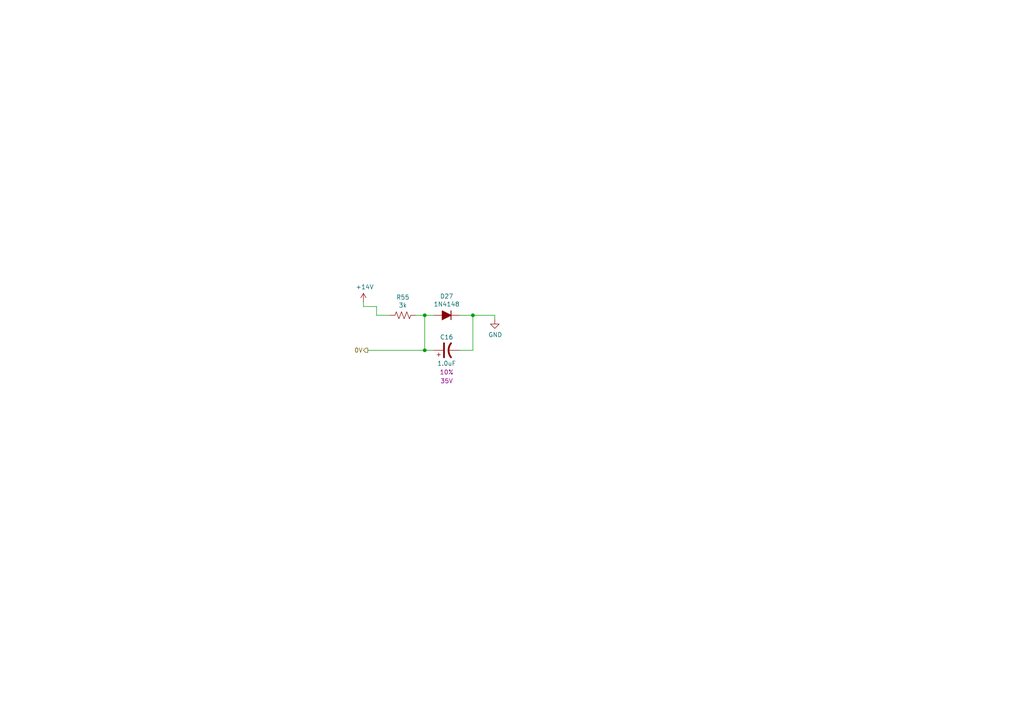
<source format=kicad_sch>
(kicad_sch (version 20211123) (generator eeschema)
  (paper "A4")
  (lib_symbols
    (symbol "Device:C_Polarized_US" (pin_numbers hide) (pin_names (offset 0.254) hide)
      (property "Reference" "C" (at 0.635 2.54 0))
      (property "Value" "C_Polarized_US" (at 0.635 -2.54 0))
      (symbol "C_Polarized_US_0_1"
        (polyline (pts (xy -2.032 0.762) (xy 2.032 0.762)) (stroke (width 0.508)))
        (polyline (pts (xy -1.778 2.286) (xy -0.762 2.286)))
        (polyline (pts (xy -1.27 1.778) (xy -1.27 2.794)))
        (arc (start 2.032 -1.27) (mid 0 -0.5572) (end -2.032 -1.27) (stroke (width 0.508)))
      )
      (symbol "C_Polarized_US_1_1"
        (pin passive line (at 0 3.81 270) (length 2.794) (name "~") (number "1"))
        (pin passive line (at 0 -3.81 90) (length 3.302) (name "~") (number "2"))
      )
    )
    (symbol "Device:D_Filled" (pin_numbers hide) (pin_names (offset 1.016) hide)
      (property "Reference" "D" (at 0 2.54 0))
      (property "Value" "D_Filled" (at 0 -2.54 0))
      (symbol "D_Filled_0_1"
        (polyline (pts (xy -1.27 1.27) (xy -1.27 -1.27)) (stroke (width 0.254)))
        (polyline (pts (xy 1.27 0) (xy -1.27 0)))
        (polyline (pts (xy 1.27 1.27) (xy 1.27 -1.27) (xy -1.27 0) (xy 1.27 1.27)) (stroke (width 0.254)) (fill (type outline)))
      )
      (symbol "D_Filled_1_1"
        (pin passive line (at -3.81 0 0) (length 2.54) (name "K") (number "1"))
        (pin passive line (at 3.81 0 180) (length 2.54) (name "A") (number "2"))
      )
    )
    (symbol "Device:R_US" (pin_numbers hide) (pin_names (offset 0))
      (property "Reference" "R" (at 2.54 0 90))
      (property "Value" "R_US" (at -2.54 0 90))
      (symbol "R_US_0_1"
        (polyline (pts (xy 0 -2.286) (xy 0 -2.54)))
        (polyline (pts (xy 0 2.286) (xy 0 2.54)))
        (polyline (pts (xy 0 -0.762) (xy 1.016 -1.143) (xy 0 -1.524) (xy -1.016 -1.905) (xy 0 -2.286)))
        (polyline (pts (xy 0 0.762) (xy 1.016 0.381) (xy 0 0) (xy -1.016 -0.381) (xy 0 -0.762)))
        (polyline (pts (xy 0 2.286) (xy 1.016 1.905) (xy 0 1.524) (xy -1.016 1.143) (xy 0 0.762)))
      )
      (symbol "R_US_1_1"
        (pin passive line (at 0 3.81 270) (length 1.27) (name "~") (number "1"))
        (pin passive line (at 0 -3.81 90) (length 1.27) (name "~") (number "2"))
      )
    )
    (symbol "lachesis:+14V" (power) (pin_names (offset 0))
      (property "Value" "+14V" (at 0 3.556 0))
      (symbol "+14V_0_1"
        (polyline (pts (xy -0.762 1.27) (xy 0 2.54)))
        (polyline (pts (xy 0 0) (xy 0 2.54)))
        (polyline (pts (xy 0 2.54) (xy 0.762 1.27)))
      )
      (symbol "+14V_1_1"
        (pin power_in line (at 0 0 90) (length 0) hide (name "+14V") (number "1"))
      )
    )
    (symbol "power:GND" (power) (pin_names (offset 0))
      (property "Value" "GND" (at 0 -3.81 0))
      (symbol "GND_0_1"
        (polyline (pts (xy 0 0) (xy 0 -1.27) (xy 1.27 -1.27) (xy 0 -2.54) (xy -1.27 -1.27) (xy 0 -1.27)))
      )
      (symbol "GND_1_1"
        (pin power_in line (at 0 0 270) (length 0) hide (name "GND") (number "1"))
      )
    )
  )
  (junction (at 137.16 91.44))
  (junction (at 123.19 101.6))
  (junction (at 123.19 91.44))
  (wire (pts (xy 123.19 91.44) (xy 120.65 91.44)))
  (wire (pts (xy 105.41 88.9) (xy 109.22 88.9)))
  (wire (pts (xy 133.35 101.6) (xy 137.16 101.6)))
  (wire (pts (xy 105.41 87.63) (xy 105.41 88.9)))
  (wire (pts (xy 109.22 91.44) (xy 113.03 91.44)))
  (wire (pts (xy 123.19 101.6) (xy 125.73 101.6)))
  (wire (pts (xy 109.22 88.9) (xy 109.22 91.44)))
  (wire (pts (xy 137.16 101.6) (xy 137.16 91.44)))
  (wire (pts (xy 123.19 101.6) (xy 106.68 101.6)))
  (wire (pts (xy 143.51 91.44) (xy 143.51 92.71)))
  (wire (pts (xy 123.19 91.44) (xy 123.19 101.6)))
  (wire (pts (xy 137.16 91.44) (xy 133.35 91.44)))
  (wire (pts (xy 125.73 91.44) (xy 123.19 91.44)))
  (wire (pts (xy 137.16 91.44) (xy 143.51 91.44)))
  (hierarchical_label "0V" (shape output) (at 106.68 101.6 180))
  (symbol (lib_id "Device:C_Polarized_US") (at 129.54 101.6 90) (unit 1)
    (property "Reference" "C16" (at 129.54 97.79 90))
    (property "Value" "1.0uF" (at 129.54 105.41 90))
    (property "Footprint" "Capacitor_Tantalum_SMD:CP_EIA-3528-21_Kemet-B" (effects hide))
    (property "Tolerance" "10%" (at 129.54 107.95 90))
    (property "Rating" "35V" (at 129.54 110.49 90))
    (property "ESR" "1.5" (effects hide))
    (property "Part Number" "T495B105K035ATE1K5" (effects hide))
    (property "Digikey" "https://www.digikey.com/en/products/detail/kemet/T495B105K035ATE1K5/9460136" (effects hide))
  )
  (symbol (lib_id "lachesis:+14V") (at 105.41 87.63 0) (unit 1)
    (property "Reference" "#PWR049" (effects hide))
    (property "Value" "+14V" (at 105.791 83.2358 0))
  )
  (symbol (lib_id "Device:R_US") (at 116.84 91.44 270) (unit 1)
    (property "Reference" "R55" (at 116.84 86.233 90))
    (property "Value" "3k" (at 116.84 88.5444 90))
    (property "Footprint" "Resistor_SMD:R_0603_1608Metric" (effects hide))
    (property "Tolerance" "1%" (effects hide))
    (property "Rating" "1/4W" (effects hide))
    (property "Part Number" "RCS06033K00FKEA" (effects hide))
    (property "Digikey" "https://www.digikey.com/en/products/detail/vishay-dale/RCS06033K00FKEA/5868535" (effects hide))
  )
  (symbol (lib_id "Device:D_Filled") (at 129.54 91.44 180) (unit 1)
    (property "Reference" "D27" (at 129.54 85.9282 0))
    (property "Value" "1N4148" (at 129.54 88.2396 0))
    (property "Footprint" "Diode_SMD:D_SOD-323" (effects hide))
    (property "Digikey" "https://www.digikey.com/en/products/detail/smc-diode-solutions/1N4148WSTR/6022449" (effects hide))
    (property "Part Number" "1N4148WSTR" (effects hide))
  )
  (symbol (lib_id "power:GND") (at 143.51 92.71 0) (unit 1)
    (property "Reference" "#PWR050" (effects hide))
    (property "Value" "GND" (at 143.637 97.1042 0))
  )
)
</source>
